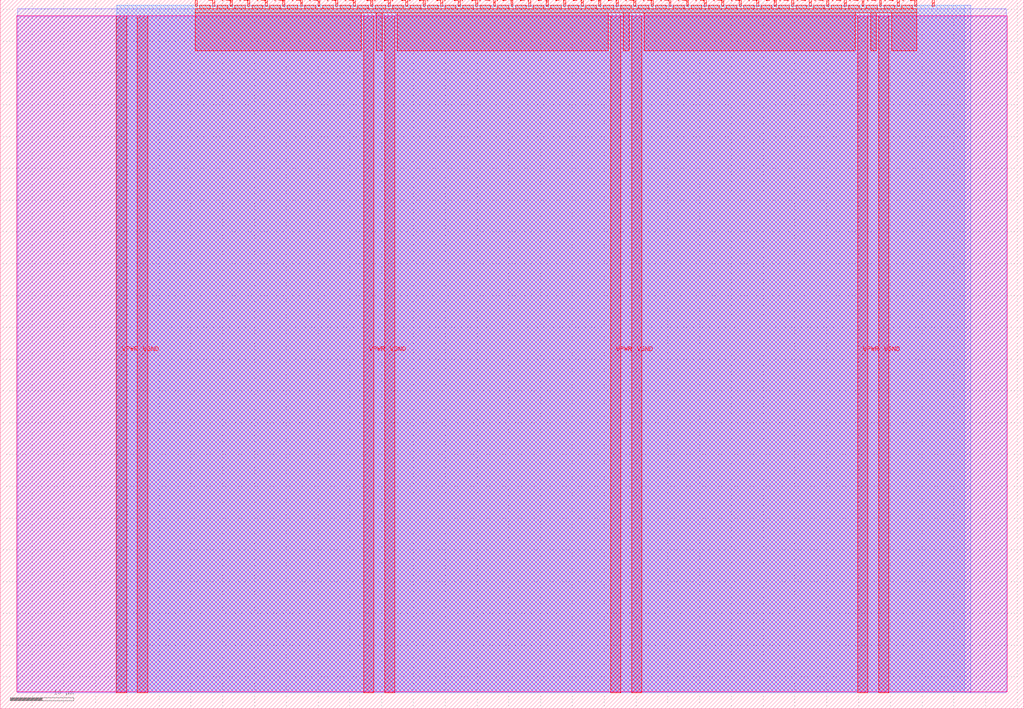
<source format=lef>
VERSION 5.7 ;
  NOWIREEXTENSIONATPIN ON ;
  DIVIDERCHAR "/" ;
  BUSBITCHARS "[]" ;
MACRO tt_um_mrmola
  CLASS BLOCK ;
  FOREIGN tt_um_mrmola ;
  ORIGIN 0.000 0.000 ;
  SIZE 161.000 BY 111.520 ;
  PIN VGND
    DIRECTION INOUT ;
    USE GROUND ;
    PORT
      LAYER met4 ;
        RECT 21.580 2.480 23.180 109.040 ;
    END
    PORT
      LAYER met4 ;
        RECT 60.450 2.480 62.050 109.040 ;
    END
    PORT
      LAYER met4 ;
        RECT 99.320 2.480 100.920 109.040 ;
    END
    PORT
      LAYER met4 ;
        RECT 138.190 2.480 139.790 109.040 ;
    END
  END VGND
  PIN VPWR
    DIRECTION INOUT ;
    USE POWER ;
    PORT
      LAYER met4 ;
        RECT 18.280 2.480 19.880 109.040 ;
    END
    PORT
      LAYER met4 ;
        RECT 57.150 2.480 58.750 109.040 ;
    END
    PORT
      LAYER met4 ;
        RECT 96.020 2.480 97.620 109.040 ;
    END
    PORT
      LAYER met4 ;
        RECT 134.890 2.480 136.490 109.040 ;
    END
  END VPWR
  PIN clk
    DIRECTION INPUT ;
    USE SIGNAL ;
    ANTENNAGATEAREA 0.852000 ;
    PORT
      LAYER met4 ;
        RECT 143.830 110.520 144.130 111.520 ;
    END
  END clk
  PIN ena
    DIRECTION INPUT ;
    USE SIGNAL ;
    PORT
      LAYER met4 ;
        RECT 146.590 110.520 146.890 111.520 ;
    END
  END ena
  PIN rst_n
    DIRECTION INPUT ;
    USE SIGNAL ;
    ANTENNAGATEAREA 0.196500 ;
    PORT
      LAYER met4 ;
        RECT 141.070 110.520 141.370 111.520 ;
    END
  END rst_n
  PIN ui_in[0]
    DIRECTION INPUT ;
    USE SIGNAL ;
    ANTENNAGATEAREA 0.196500 ;
    PORT
      LAYER met4 ;
        RECT 138.310 110.520 138.610 111.520 ;
    END
  END ui_in[0]
  PIN ui_in[1]
    DIRECTION INPUT ;
    USE SIGNAL ;
    ANTENNAGATEAREA 0.196500 ;
    PORT
      LAYER met4 ;
        RECT 135.550 110.520 135.850 111.520 ;
    END
  END ui_in[1]
  PIN ui_in[2]
    DIRECTION INPUT ;
    USE SIGNAL ;
    ANTENNAGATEAREA 0.196500 ;
    PORT
      LAYER met4 ;
        RECT 132.790 110.520 133.090 111.520 ;
    END
  END ui_in[2]
  PIN ui_in[3]
    DIRECTION INPUT ;
    USE SIGNAL ;
    ANTENNAGATEAREA 0.196500 ;
    PORT
      LAYER met4 ;
        RECT 130.030 110.520 130.330 111.520 ;
    END
  END ui_in[3]
  PIN ui_in[4]
    DIRECTION INPUT ;
    USE SIGNAL ;
    ANTENNAGATEAREA 0.196500 ;
    PORT
      LAYER met4 ;
        RECT 127.270 110.520 127.570 111.520 ;
    END
  END ui_in[4]
  PIN ui_in[5]
    DIRECTION INPUT ;
    USE SIGNAL ;
    ANTENNAGATEAREA 0.196500 ;
    PORT
      LAYER met4 ;
        RECT 124.510 110.520 124.810 111.520 ;
    END
  END ui_in[5]
  PIN ui_in[6]
    DIRECTION INPUT ;
    USE SIGNAL ;
    ANTENNAGATEAREA 0.196500 ;
    PORT
      LAYER met4 ;
        RECT 121.750 110.520 122.050 111.520 ;
    END
  END ui_in[6]
  PIN ui_in[7]
    DIRECTION INPUT ;
    USE SIGNAL ;
    ANTENNAGATEAREA 0.196500 ;
    PORT
      LAYER met4 ;
        RECT 118.990 110.520 119.290 111.520 ;
    END
  END ui_in[7]
  PIN uio_in[0]
    DIRECTION INPUT ;
    USE SIGNAL ;
    ANTENNAGATEAREA 0.213000 ;
    PORT
      LAYER met4 ;
        RECT 116.230 110.520 116.530 111.520 ;
    END
  END uio_in[0]
  PIN uio_in[1]
    DIRECTION INPUT ;
    USE SIGNAL ;
    PORT
      LAYER met4 ;
        RECT 113.470 110.520 113.770 111.520 ;
    END
  END uio_in[1]
  PIN uio_in[2]
    DIRECTION INPUT ;
    USE SIGNAL ;
    PORT
      LAYER met4 ;
        RECT 110.710 110.520 111.010 111.520 ;
    END
  END uio_in[2]
  PIN uio_in[3]
    DIRECTION INPUT ;
    USE SIGNAL ;
    PORT
      LAYER met4 ;
        RECT 107.950 110.520 108.250 111.520 ;
    END
  END uio_in[3]
  PIN uio_in[4]
    DIRECTION INPUT ;
    USE SIGNAL ;
    PORT
      LAYER met4 ;
        RECT 105.190 110.520 105.490 111.520 ;
    END
  END uio_in[4]
  PIN uio_in[5]
    DIRECTION INPUT ;
    USE SIGNAL ;
    PORT
      LAYER met4 ;
        RECT 102.430 110.520 102.730 111.520 ;
    END
  END uio_in[5]
  PIN uio_in[6]
    DIRECTION INPUT ;
    USE SIGNAL ;
    PORT
      LAYER met4 ;
        RECT 99.670 110.520 99.970 111.520 ;
    END
  END uio_in[6]
  PIN uio_in[7]
    DIRECTION INPUT ;
    USE SIGNAL ;
    PORT
      LAYER met4 ;
        RECT 96.910 110.520 97.210 111.520 ;
    END
  END uio_in[7]
  PIN uio_oe[0]
    DIRECTION OUTPUT ;
    USE SIGNAL ;
    PORT
      LAYER met4 ;
        RECT 49.990 110.520 50.290 111.520 ;
    END
  END uio_oe[0]
  PIN uio_oe[1]
    DIRECTION OUTPUT ;
    USE SIGNAL ;
    PORT
      LAYER met4 ;
        RECT 47.230 110.520 47.530 111.520 ;
    END
  END uio_oe[1]
  PIN uio_oe[2]
    DIRECTION OUTPUT ;
    USE SIGNAL ;
    PORT
      LAYER met4 ;
        RECT 44.470 110.520 44.770 111.520 ;
    END
  END uio_oe[2]
  PIN uio_oe[3]
    DIRECTION OUTPUT ;
    USE SIGNAL ;
    PORT
      LAYER met4 ;
        RECT 41.710 110.520 42.010 111.520 ;
    END
  END uio_oe[3]
  PIN uio_oe[4]
    DIRECTION OUTPUT ;
    USE SIGNAL ;
    PORT
      LAYER met4 ;
        RECT 38.950 110.520 39.250 111.520 ;
    END
  END uio_oe[4]
  PIN uio_oe[5]
    DIRECTION OUTPUT ;
    USE SIGNAL ;
    PORT
      LAYER met4 ;
        RECT 36.190 110.520 36.490 111.520 ;
    END
  END uio_oe[5]
  PIN uio_oe[6]
    DIRECTION OUTPUT ;
    USE SIGNAL ;
    PORT
      LAYER met4 ;
        RECT 33.430 110.520 33.730 111.520 ;
    END
  END uio_oe[6]
  PIN uio_oe[7]
    DIRECTION OUTPUT ;
    USE SIGNAL ;
    PORT
      LAYER met4 ;
        RECT 30.670 110.520 30.970 111.520 ;
    END
  END uio_oe[7]
  PIN uio_out[0]
    DIRECTION OUTPUT ;
    USE SIGNAL ;
    ANTENNAGATEAREA 0.873000 ;
    ANTENNADIFFAREA 0.891000 ;
    PORT
      LAYER met4 ;
        RECT 72.070 110.520 72.370 111.520 ;
    END
  END uio_out[0]
  PIN uio_out[1]
    DIRECTION OUTPUT ;
    USE SIGNAL ;
    ANTENNAGATEAREA 1.116000 ;
    ANTENNADIFFAREA 0.891000 ;
    PORT
      LAYER met4 ;
        RECT 69.310 110.520 69.610 111.520 ;
    END
  END uio_out[1]
  PIN uio_out[2]
    DIRECTION OUTPUT ;
    USE SIGNAL ;
    ANTENNAGATEAREA 0.994500 ;
    ANTENNADIFFAREA 0.891000 ;
    PORT
      LAYER met4 ;
        RECT 66.550 110.520 66.850 111.520 ;
    END
  END uio_out[2]
  PIN uio_out[3]
    DIRECTION OUTPUT ;
    USE SIGNAL ;
    PORT
      LAYER met4 ;
        RECT 63.790 110.520 64.090 111.520 ;
    END
  END uio_out[3]
  PIN uio_out[4]
    DIRECTION OUTPUT ;
    USE SIGNAL ;
    PORT
      LAYER met4 ;
        RECT 61.030 110.520 61.330 111.520 ;
    END
  END uio_out[4]
  PIN uio_out[5]
    DIRECTION OUTPUT ;
    USE SIGNAL ;
    PORT
      LAYER met4 ;
        RECT 58.270 110.520 58.570 111.520 ;
    END
  END uio_out[5]
  PIN uio_out[6]
    DIRECTION OUTPUT ;
    USE SIGNAL ;
    PORT
      LAYER met4 ;
        RECT 55.510 110.520 55.810 111.520 ;
    END
  END uio_out[6]
  PIN uio_out[7]
    DIRECTION OUTPUT ;
    USE SIGNAL ;
    PORT
      LAYER met4 ;
        RECT 52.750 110.520 53.050 111.520 ;
    END
  END uio_out[7]
  PIN uo_out[0]
    DIRECTION OUTPUT ;
    USE SIGNAL ;
    ANTENNADIFFAREA 0.445500 ;
    PORT
      LAYER met4 ;
        RECT 94.150 110.520 94.450 111.520 ;
    END
  END uo_out[0]
  PIN uo_out[1]
    DIRECTION OUTPUT ;
    USE SIGNAL ;
    ANTENNADIFFAREA 0.891000 ;
    PORT
      LAYER met4 ;
        RECT 91.390 110.520 91.690 111.520 ;
    END
  END uo_out[1]
  PIN uo_out[2]
    DIRECTION OUTPUT ;
    USE SIGNAL ;
    PORT
      LAYER met4 ;
        RECT 88.630 110.520 88.930 111.520 ;
    END
  END uo_out[2]
  PIN uo_out[3]
    DIRECTION OUTPUT ;
    USE SIGNAL ;
    PORT
      LAYER met4 ;
        RECT 85.870 110.520 86.170 111.520 ;
    END
  END uo_out[3]
  PIN uo_out[4]
    DIRECTION OUTPUT ;
    USE SIGNAL ;
    PORT
      LAYER met4 ;
        RECT 83.110 110.520 83.410 111.520 ;
    END
  END uo_out[4]
  PIN uo_out[5]
    DIRECTION OUTPUT ;
    USE SIGNAL ;
    PORT
      LAYER met4 ;
        RECT 80.350 110.520 80.650 111.520 ;
    END
  END uo_out[5]
  PIN uo_out[6]
    DIRECTION OUTPUT ;
    USE SIGNAL ;
    PORT
      LAYER met4 ;
        RECT 77.590 110.520 77.890 111.520 ;
    END
  END uo_out[6]
  PIN uo_out[7]
    DIRECTION OUTPUT ;
    USE SIGNAL ;
    PORT
      LAYER met4 ;
        RECT 74.830 110.520 75.130 111.520 ;
    END
  END uo_out[7]
  OBS
      LAYER nwell ;
        RECT 2.570 2.635 158.430 108.990 ;
      LAYER li1 ;
        RECT 2.760 2.635 158.240 108.885 ;
      LAYER met1 ;
        RECT 2.760 2.480 158.240 110.120 ;
      LAYER met2 ;
        RECT 18.310 2.535 152.620 110.685 ;
      LAYER met3 ;
        RECT 18.290 2.555 151.735 110.665 ;
      LAYER met4 ;
        RECT 31.370 110.120 33.030 110.665 ;
        RECT 34.130 110.120 35.790 110.665 ;
        RECT 36.890 110.120 38.550 110.665 ;
        RECT 39.650 110.120 41.310 110.665 ;
        RECT 42.410 110.120 44.070 110.665 ;
        RECT 45.170 110.120 46.830 110.665 ;
        RECT 47.930 110.120 49.590 110.665 ;
        RECT 50.690 110.120 52.350 110.665 ;
        RECT 53.450 110.120 55.110 110.665 ;
        RECT 56.210 110.120 57.870 110.665 ;
        RECT 58.970 110.120 60.630 110.665 ;
        RECT 61.730 110.120 63.390 110.665 ;
        RECT 64.490 110.120 66.150 110.665 ;
        RECT 67.250 110.120 68.910 110.665 ;
        RECT 70.010 110.120 71.670 110.665 ;
        RECT 72.770 110.120 74.430 110.665 ;
        RECT 75.530 110.120 77.190 110.665 ;
        RECT 78.290 110.120 79.950 110.665 ;
        RECT 81.050 110.120 82.710 110.665 ;
        RECT 83.810 110.120 85.470 110.665 ;
        RECT 86.570 110.120 88.230 110.665 ;
        RECT 89.330 110.120 90.990 110.665 ;
        RECT 92.090 110.120 93.750 110.665 ;
        RECT 94.850 110.120 96.510 110.665 ;
        RECT 97.610 110.120 99.270 110.665 ;
        RECT 100.370 110.120 102.030 110.665 ;
        RECT 103.130 110.120 104.790 110.665 ;
        RECT 105.890 110.120 107.550 110.665 ;
        RECT 108.650 110.120 110.310 110.665 ;
        RECT 111.410 110.120 113.070 110.665 ;
        RECT 114.170 110.120 115.830 110.665 ;
        RECT 116.930 110.120 118.590 110.665 ;
        RECT 119.690 110.120 121.350 110.665 ;
        RECT 122.450 110.120 124.110 110.665 ;
        RECT 125.210 110.120 126.870 110.665 ;
        RECT 127.970 110.120 129.630 110.665 ;
        RECT 130.730 110.120 132.390 110.665 ;
        RECT 133.490 110.120 135.150 110.665 ;
        RECT 136.250 110.120 137.910 110.665 ;
        RECT 139.010 110.120 140.670 110.665 ;
        RECT 141.770 110.120 143.430 110.665 ;
        RECT 30.655 109.440 144.145 110.120 ;
        RECT 30.655 103.535 56.750 109.440 ;
        RECT 59.150 103.535 60.050 109.440 ;
        RECT 62.450 103.535 95.620 109.440 ;
        RECT 98.020 103.535 98.920 109.440 ;
        RECT 101.320 103.535 134.490 109.440 ;
        RECT 136.890 103.535 137.790 109.440 ;
        RECT 140.190 103.535 144.145 109.440 ;
  END
END tt_um_mrmola
END LIBRARY


</source>
